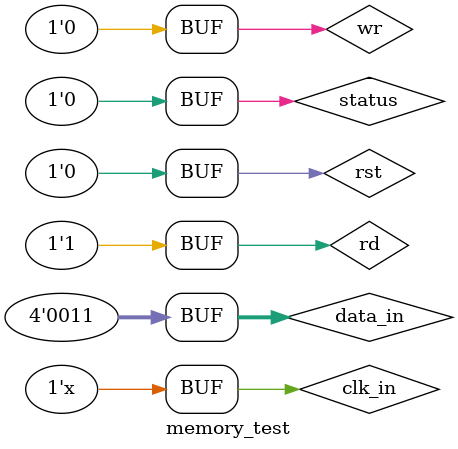
<source format=v>
`timescale 1ns / 1ps
module memory_test();

reg clk_in,wr,rd,rst,status;
reg [3:0] data_in;

wire [3:0] data_out;
//wire empty,half,full,idle;

//memory(clk_in,wr,rd,data_in,status,rst,data_out,emp,full,half,idle);
//memory(clk_in,wr,rd,data_in,status,rst,out);
memory uut(clk_in,wr,rd,data_in,status,rst,data_out);

always
#4 clk_in <= ~clk_in;

initial 
begin
clk_in <= 1'b1;
wr <= 1'b0;
rd <= 1'b0;
rst <= 1'b0;
status <= 1'b1;
end

initial
begin
#10
wr <= 1'b1;
rd <= 1'b0;
rst <= 1'b0;
status <= 1'b1;
data_in <= 4'b1001;
#1500000000
wr <= 1'b1;
rd <= 1'b0;
rst <= 1'b0;
status <= 1'b0;
data_in <= 4'b1101;
#1000000000
wr <= 1'b1;
rd <= 1'b0;
rst <= 1'b0;
status <= 1'b0;
data_in <= 4'b0011;
#1000000000
wr <= 1'b0;
rd <= 1'b1;
rst <= 1'b0;
status <= 1'b0;
end

endmodule

</source>
